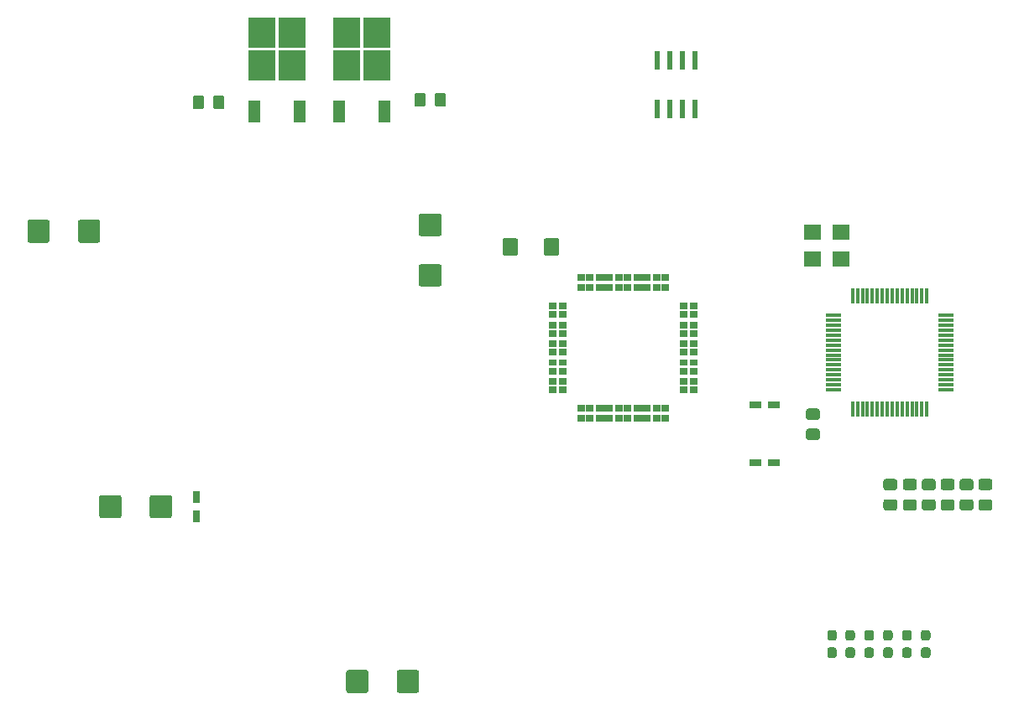
<source format=gtp>
G04 #@! TF.GenerationSoftware,KiCad,Pcbnew,(5.1.6)-1*
G04 #@! TF.CreationDate,2021-11-01T19:25:02+01:00*
G04 #@! TF.ProjectId,32mz_gauge4_sensors,33326d7a-5f67-4617-9567-65345f73656e,rev?*
G04 #@! TF.SameCoordinates,Original*
G04 #@! TF.FileFunction,Paste,Top*
G04 #@! TF.FilePolarity,Positive*
%FSLAX46Y46*%
G04 Gerber Fmt 4.6, Leading zero omitted, Abs format (unit mm)*
G04 Created by KiCad (PCBNEW (5.1.6)-1) date 2021-11-01 19:25:02*
%MOMM*%
%LPD*%
G01*
G04 APERTURE LIST*
%ADD10C,0.010000*%
%ADD11R,0.300000X1.500000*%
%ADD12R,1.500000X0.300000*%
%ADD13R,1.200000X0.750000*%
%ADD14R,0.750000X1.200000*%
%ADD15R,2.750000X3.050000*%
%ADD16R,1.200000X2.200000*%
%ADD17R,1.800000X1.540000*%
%ADD18R,0.600000X1.970000*%
G04 APERTURE END LIST*
D10*
G36*
X93328000Y-60504000D02*
G01*
X93328000Y-61084000D01*
X92608000Y-61084000D01*
X92608000Y-60504000D01*
X93328000Y-60504000D01*
G37*
X93328000Y-60504000D02*
X93328000Y-61084000D01*
X92608000Y-61084000D01*
X92608000Y-60504000D01*
X93328000Y-60504000D01*
G36*
X94328000Y-60504000D02*
G01*
X94328000Y-61084000D01*
X93608000Y-61084000D01*
X93608000Y-60504000D01*
X94328000Y-60504000D01*
G37*
X94328000Y-60504000D02*
X94328000Y-61084000D01*
X93608000Y-61084000D01*
X93608000Y-60504000D01*
X94328000Y-60504000D01*
G36*
X93328000Y-61364000D02*
G01*
X93328000Y-61944000D01*
X92608000Y-61944000D01*
X92608000Y-61364000D01*
X93328000Y-61364000D01*
G37*
X93328000Y-61364000D02*
X93328000Y-61944000D01*
X92608000Y-61944000D01*
X92608000Y-61364000D01*
X93328000Y-61364000D01*
G36*
X94328000Y-61364000D02*
G01*
X94328000Y-61944000D01*
X93608000Y-61944000D01*
X93608000Y-61364000D01*
X94328000Y-61364000D01*
G37*
X94328000Y-61364000D02*
X94328000Y-61944000D01*
X93608000Y-61944000D01*
X93608000Y-61364000D01*
X94328000Y-61364000D01*
G36*
X93328000Y-62404000D02*
G01*
X93328000Y-62984000D01*
X92608000Y-62984000D01*
X92608000Y-62404000D01*
X93328000Y-62404000D01*
G37*
X93328000Y-62404000D02*
X93328000Y-62984000D01*
X92608000Y-62984000D01*
X92608000Y-62404000D01*
X93328000Y-62404000D01*
G36*
X94328000Y-62404000D02*
G01*
X94328000Y-62984000D01*
X93608000Y-62984000D01*
X93608000Y-62404000D01*
X94328000Y-62404000D01*
G37*
X94328000Y-62404000D02*
X94328000Y-62984000D01*
X93608000Y-62984000D01*
X93608000Y-62404000D01*
X94328000Y-62404000D01*
G36*
X93328000Y-63264000D02*
G01*
X93328000Y-63844000D01*
X92608000Y-63844000D01*
X92608000Y-63264000D01*
X93328000Y-63264000D01*
G37*
X93328000Y-63264000D02*
X93328000Y-63844000D01*
X92608000Y-63844000D01*
X92608000Y-63264000D01*
X93328000Y-63264000D01*
G36*
X94328000Y-63264000D02*
G01*
X94328000Y-63844000D01*
X93608000Y-63844000D01*
X93608000Y-63264000D01*
X94328000Y-63264000D01*
G37*
X94328000Y-63264000D02*
X94328000Y-63844000D01*
X93608000Y-63844000D01*
X93608000Y-63264000D01*
X94328000Y-63264000D01*
G36*
X93328000Y-64304000D02*
G01*
X93328000Y-64884000D01*
X92608000Y-64884000D01*
X92608000Y-64304000D01*
X93328000Y-64304000D01*
G37*
X93328000Y-64304000D02*
X93328000Y-64884000D01*
X92608000Y-64884000D01*
X92608000Y-64304000D01*
X93328000Y-64304000D01*
G36*
X94328000Y-64304000D02*
G01*
X94328000Y-64884000D01*
X93608000Y-64884000D01*
X93608000Y-64304000D01*
X94328000Y-64304000D01*
G37*
X94328000Y-64304000D02*
X94328000Y-64884000D01*
X93608000Y-64884000D01*
X93608000Y-64304000D01*
X94328000Y-64304000D01*
G36*
X93328000Y-65164000D02*
G01*
X93328000Y-65744000D01*
X92608000Y-65744000D01*
X92608000Y-65164000D01*
X93328000Y-65164000D01*
G37*
X93328000Y-65164000D02*
X93328000Y-65744000D01*
X92608000Y-65744000D01*
X92608000Y-65164000D01*
X93328000Y-65164000D01*
G36*
X94328000Y-65164000D02*
G01*
X94328000Y-65744000D01*
X93608000Y-65744000D01*
X93608000Y-65164000D01*
X94328000Y-65164000D01*
G37*
X94328000Y-65164000D02*
X94328000Y-65744000D01*
X93608000Y-65744000D01*
X93608000Y-65164000D01*
X94328000Y-65164000D01*
G36*
X93328000Y-66204000D02*
G01*
X93328000Y-66784000D01*
X92608000Y-66784000D01*
X92608000Y-66204000D01*
X93328000Y-66204000D01*
G37*
X93328000Y-66204000D02*
X93328000Y-66784000D01*
X92608000Y-66784000D01*
X92608000Y-66204000D01*
X93328000Y-66204000D01*
G36*
X94328000Y-66204000D02*
G01*
X94328000Y-66784000D01*
X93608000Y-66784000D01*
X93608000Y-66204000D01*
X94328000Y-66204000D01*
G37*
X94328000Y-66204000D02*
X94328000Y-66784000D01*
X93608000Y-66784000D01*
X93608000Y-66204000D01*
X94328000Y-66204000D01*
G36*
X93328000Y-67064000D02*
G01*
X93328000Y-67644000D01*
X92608000Y-67644000D01*
X92608000Y-67064000D01*
X93328000Y-67064000D01*
G37*
X93328000Y-67064000D02*
X93328000Y-67644000D01*
X92608000Y-67644000D01*
X92608000Y-67064000D01*
X93328000Y-67064000D01*
G36*
X94328000Y-67064000D02*
G01*
X94328000Y-67644000D01*
X93608000Y-67644000D01*
X93608000Y-67064000D01*
X94328000Y-67064000D01*
G37*
X94328000Y-67064000D02*
X94328000Y-67644000D01*
X93608000Y-67644000D01*
X93608000Y-67064000D01*
X94328000Y-67064000D01*
G36*
X93328000Y-68104000D02*
G01*
X93328000Y-68684000D01*
X92608000Y-68684000D01*
X92608000Y-68104000D01*
X93328000Y-68104000D01*
G37*
X93328000Y-68104000D02*
X93328000Y-68684000D01*
X92608000Y-68684000D01*
X92608000Y-68104000D01*
X93328000Y-68104000D01*
G36*
X94328000Y-68104000D02*
G01*
X94328000Y-68684000D01*
X93608000Y-68684000D01*
X93608000Y-68104000D01*
X94328000Y-68104000D01*
G37*
X94328000Y-68104000D02*
X94328000Y-68684000D01*
X93608000Y-68684000D01*
X93608000Y-68104000D01*
X94328000Y-68104000D01*
G36*
X93328000Y-68964000D02*
G01*
X93328000Y-69544000D01*
X92608000Y-69544000D01*
X92608000Y-68964000D01*
X93328000Y-68964000D01*
G37*
X93328000Y-68964000D02*
X93328000Y-69544000D01*
X92608000Y-69544000D01*
X92608000Y-68964000D01*
X93328000Y-68964000D01*
G36*
X94328000Y-68964000D02*
G01*
X94328000Y-69544000D01*
X93608000Y-69544000D01*
X93608000Y-68964000D01*
X94328000Y-68964000D01*
G37*
X94328000Y-68964000D02*
X94328000Y-69544000D01*
X93608000Y-69544000D01*
X93608000Y-68964000D01*
X94328000Y-68964000D01*
G36*
X80128000Y-60504000D02*
G01*
X80128000Y-61084000D01*
X79408000Y-61084000D01*
X79408000Y-60504000D01*
X80128000Y-60504000D01*
G37*
X80128000Y-60504000D02*
X80128000Y-61084000D01*
X79408000Y-61084000D01*
X79408000Y-60504000D01*
X80128000Y-60504000D01*
G36*
X81128000Y-60504000D02*
G01*
X81128000Y-61084000D01*
X80408000Y-61084000D01*
X80408000Y-60504000D01*
X81128000Y-60504000D01*
G37*
X81128000Y-60504000D02*
X81128000Y-61084000D01*
X80408000Y-61084000D01*
X80408000Y-60504000D01*
X81128000Y-60504000D01*
G36*
X80128000Y-61364000D02*
G01*
X80128000Y-61944000D01*
X79408000Y-61944000D01*
X79408000Y-61364000D01*
X80128000Y-61364000D01*
G37*
X80128000Y-61364000D02*
X80128000Y-61944000D01*
X79408000Y-61944000D01*
X79408000Y-61364000D01*
X80128000Y-61364000D01*
G36*
X81128000Y-61364000D02*
G01*
X81128000Y-61944000D01*
X80408000Y-61944000D01*
X80408000Y-61364000D01*
X81128000Y-61364000D01*
G37*
X81128000Y-61364000D02*
X81128000Y-61944000D01*
X80408000Y-61944000D01*
X80408000Y-61364000D01*
X81128000Y-61364000D01*
G36*
X80128000Y-62404000D02*
G01*
X80128000Y-62984000D01*
X79408000Y-62984000D01*
X79408000Y-62404000D01*
X80128000Y-62404000D01*
G37*
X80128000Y-62404000D02*
X80128000Y-62984000D01*
X79408000Y-62984000D01*
X79408000Y-62404000D01*
X80128000Y-62404000D01*
G36*
X81128000Y-62404000D02*
G01*
X81128000Y-62984000D01*
X80408000Y-62984000D01*
X80408000Y-62404000D01*
X81128000Y-62404000D01*
G37*
X81128000Y-62404000D02*
X81128000Y-62984000D01*
X80408000Y-62984000D01*
X80408000Y-62404000D01*
X81128000Y-62404000D01*
G36*
X80128000Y-63264000D02*
G01*
X80128000Y-63844000D01*
X79408000Y-63844000D01*
X79408000Y-63264000D01*
X80128000Y-63264000D01*
G37*
X80128000Y-63264000D02*
X80128000Y-63844000D01*
X79408000Y-63844000D01*
X79408000Y-63264000D01*
X80128000Y-63264000D01*
G36*
X81128000Y-63264000D02*
G01*
X81128000Y-63844000D01*
X80408000Y-63844000D01*
X80408000Y-63264000D01*
X81128000Y-63264000D01*
G37*
X81128000Y-63264000D02*
X81128000Y-63844000D01*
X80408000Y-63844000D01*
X80408000Y-63264000D01*
X81128000Y-63264000D01*
G36*
X80128000Y-64304000D02*
G01*
X80128000Y-64884000D01*
X79408000Y-64884000D01*
X79408000Y-64304000D01*
X80128000Y-64304000D01*
G37*
X80128000Y-64304000D02*
X80128000Y-64884000D01*
X79408000Y-64884000D01*
X79408000Y-64304000D01*
X80128000Y-64304000D01*
G36*
X81128000Y-64304000D02*
G01*
X81128000Y-64884000D01*
X80408000Y-64884000D01*
X80408000Y-64304000D01*
X81128000Y-64304000D01*
G37*
X81128000Y-64304000D02*
X81128000Y-64884000D01*
X80408000Y-64884000D01*
X80408000Y-64304000D01*
X81128000Y-64304000D01*
G36*
X80128000Y-65164000D02*
G01*
X80128000Y-65744000D01*
X79408000Y-65744000D01*
X79408000Y-65164000D01*
X80128000Y-65164000D01*
G37*
X80128000Y-65164000D02*
X80128000Y-65744000D01*
X79408000Y-65744000D01*
X79408000Y-65164000D01*
X80128000Y-65164000D01*
G36*
X81128000Y-65164000D02*
G01*
X81128000Y-65744000D01*
X80408000Y-65744000D01*
X80408000Y-65164000D01*
X81128000Y-65164000D01*
G37*
X81128000Y-65164000D02*
X81128000Y-65744000D01*
X80408000Y-65744000D01*
X80408000Y-65164000D01*
X81128000Y-65164000D01*
G36*
X80128000Y-66204000D02*
G01*
X80128000Y-66784000D01*
X79408000Y-66784000D01*
X79408000Y-66204000D01*
X80128000Y-66204000D01*
G37*
X80128000Y-66204000D02*
X80128000Y-66784000D01*
X79408000Y-66784000D01*
X79408000Y-66204000D01*
X80128000Y-66204000D01*
G36*
X81128000Y-66204000D02*
G01*
X81128000Y-66784000D01*
X80408000Y-66784000D01*
X80408000Y-66204000D01*
X81128000Y-66204000D01*
G37*
X81128000Y-66204000D02*
X81128000Y-66784000D01*
X80408000Y-66784000D01*
X80408000Y-66204000D01*
X81128000Y-66204000D01*
G36*
X80128000Y-67064000D02*
G01*
X80128000Y-67644000D01*
X79408000Y-67644000D01*
X79408000Y-67064000D01*
X80128000Y-67064000D01*
G37*
X80128000Y-67064000D02*
X80128000Y-67644000D01*
X79408000Y-67644000D01*
X79408000Y-67064000D01*
X80128000Y-67064000D01*
G36*
X81128000Y-67064000D02*
G01*
X81128000Y-67644000D01*
X80408000Y-67644000D01*
X80408000Y-67064000D01*
X81128000Y-67064000D01*
G37*
X81128000Y-67064000D02*
X81128000Y-67644000D01*
X80408000Y-67644000D01*
X80408000Y-67064000D01*
X81128000Y-67064000D01*
G36*
X80128000Y-68104000D02*
G01*
X80128000Y-68684000D01*
X79408000Y-68684000D01*
X79408000Y-68104000D01*
X80128000Y-68104000D01*
G37*
X80128000Y-68104000D02*
X80128000Y-68684000D01*
X79408000Y-68684000D01*
X79408000Y-68104000D01*
X80128000Y-68104000D01*
G36*
X81128000Y-68104000D02*
G01*
X81128000Y-68684000D01*
X80408000Y-68684000D01*
X80408000Y-68104000D01*
X81128000Y-68104000D01*
G37*
X81128000Y-68104000D02*
X81128000Y-68684000D01*
X80408000Y-68684000D01*
X80408000Y-68104000D01*
X81128000Y-68104000D01*
G36*
X80128000Y-68964000D02*
G01*
X80128000Y-69544000D01*
X79408000Y-69544000D01*
X79408000Y-68964000D01*
X80128000Y-68964000D01*
G37*
X80128000Y-68964000D02*
X80128000Y-69544000D01*
X79408000Y-69544000D01*
X79408000Y-68964000D01*
X80128000Y-68964000D01*
G36*
X81128000Y-68964000D02*
G01*
X81128000Y-69544000D01*
X80408000Y-69544000D01*
X80408000Y-68964000D01*
X81128000Y-68964000D01*
G37*
X81128000Y-68964000D02*
X81128000Y-69544000D01*
X80408000Y-69544000D01*
X80408000Y-68964000D01*
X81128000Y-68964000D01*
G36*
X82998000Y-58634000D02*
G01*
X82998000Y-59214000D01*
X82278000Y-59214000D01*
X82278000Y-58634000D01*
X82998000Y-58634000D01*
G37*
X82998000Y-58634000D02*
X82998000Y-59214000D01*
X82278000Y-59214000D01*
X82278000Y-58634000D01*
X82998000Y-58634000D01*
G36*
X82998000Y-57634000D02*
G01*
X82998000Y-58214000D01*
X82278000Y-58214000D01*
X82278000Y-57634000D01*
X82998000Y-57634000D01*
G37*
X82998000Y-57634000D02*
X82998000Y-58214000D01*
X82278000Y-58214000D01*
X82278000Y-57634000D01*
X82998000Y-57634000D01*
G36*
X83858000Y-58634000D02*
G01*
X83858000Y-59214000D01*
X83138000Y-59214000D01*
X83138000Y-58634000D01*
X83858000Y-58634000D01*
G37*
X83858000Y-58634000D02*
X83858000Y-59214000D01*
X83138000Y-59214000D01*
X83138000Y-58634000D01*
X83858000Y-58634000D01*
G36*
X83858000Y-57634000D02*
G01*
X83858000Y-58214000D01*
X83138000Y-58214000D01*
X83138000Y-57634000D01*
X83858000Y-57634000D01*
G37*
X83858000Y-57634000D02*
X83858000Y-58214000D01*
X83138000Y-58214000D01*
X83138000Y-57634000D01*
X83858000Y-57634000D01*
G36*
X84898000Y-58634000D02*
G01*
X84898000Y-59214000D01*
X84178000Y-59214000D01*
X84178000Y-58634000D01*
X84898000Y-58634000D01*
G37*
X84898000Y-58634000D02*
X84898000Y-59214000D01*
X84178000Y-59214000D01*
X84178000Y-58634000D01*
X84898000Y-58634000D01*
G36*
X84898000Y-57634000D02*
G01*
X84898000Y-58214000D01*
X84178000Y-58214000D01*
X84178000Y-57634000D01*
X84898000Y-57634000D01*
G37*
X84898000Y-57634000D02*
X84898000Y-58214000D01*
X84178000Y-58214000D01*
X84178000Y-57634000D01*
X84898000Y-57634000D01*
G36*
X85758000Y-58634000D02*
G01*
X85758000Y-59214000D01*
X85038000Y-59214000D01*
X85038000Y-58634000D01*
X85758000Y-58634000D01*
G37*
X85758000Y-58634000D02*
X85758000Y-59214000D01*
X85038000Y-59214000D01*
X85038000Y-58634000D01*
X85758000Y-58634000D01*
G36*
X85758000Y-57634000D02*
G01*
X85758000Y-58214000D01*
X85038000Y-58214000D01*
X85038000Y-57634000D01*
X85758000Y-57634000D01*
G37*
X85758000Y-57634000D02*
X85758000Y-58214000D01*
X85038000Y-58214000D01*
X85038000Y-57634000D01*
X85758000Y-57634000D01*
G36*
X90598000Y-58634000D02*
G01*
X90598000Y-59214000D01*
X89878000Y-59214000D01*
X89878000Y-58634000D01*
X90598000Y-58634000D01*
G37*
X90598000Y-58634000D02*
X90598000Y-59214000D01*
X89878000Y-59214000D01*
X89878000Y-58634000D01*
X90598000Y-58634000D01*
G36*
X90598000Y-57634000D02*
G01*
X90598000Y-58214000D01*
X89878000Y-58214000D01*
X89878000Y-57634000D01*
X90598000Y-57634000D01*
G37*
X90598000Y-57634000D02*
X90598000Y-58214000D01*
X89878000Y-58214000D01*
X89878000Y-57634000D01*
X90598000Y-57634000D01*
G36*
X91458000Y-58634000D02*
G01*
X91458000Y-59214000D01*
X90738000Y-59214000D01*
X90738000Y-58634000D01*
X91458000Y-58634000D01*
G37*
X91458000Y-58634000D02*
X91458000Y-59214000D01*
X90738000Y-59214000D01*
X90738000Y-58634000D01*
X91458000Y-58634000D01*
G36*
X91458000Y-57634000D02*
G01*
X91458000Y-58214000D01*
X90738000Y-58214000D01*
X90738000Y-57634000D01*
X91458000Y-57634000D01*
G37*
X91458000Y-57634000D02*
X91458000Y-58214000D01*
X90738000Y-58214000D01*
X90738000Y-57634000D01*
X91458000Y-57634000D01*
G36*
X88698000Y-58634000D02*
G01*
X88698000Y-59214000D01*
X87978000Y-59214000D01*
X87978000Y-58634000D01*
X88698000Y-58634000D01*
G37*
X88698000Y-58634000D02*
X88698000Y-59214000D01*
X87978000Y-59214000D01*
X87978000Y-58634000D01*
X88698000Y-58634000D01*
G36*
X88698000Y-57634000D02*
G01*
X88698000Y-58214000D01*
X87978000Y-58214000D01*
X87978000Y-57634000D01*
X88698000Y-57634000D01*
G37*
X88698000Y-57634000D02*
X88698000Y-58214000D01*
X87978000Y-58214000D01*
X87978000Y-57634000D01*
X88698000Y-57634000D01*
G36*
X89558000Y-58634000D02*
G01*
X89558000Y-59214000D01*
X88838000Y-59214000D01*
X88838000Y-58634000D01*
X89558000Y-58634000D01*
G37*
X89558000Y-58634000D02*
X89558000Y-59214000D01*
X88838000Y-59214000D01*
X88838000Y-58634000D01*
X89558000Y-58634000D01*
G36*
X89558000Y-57634000D02*
G01*
X89558000Y-58214000D01*
X88838000Y-58214000D01*
X88838000Y-57634000D01*
X89558000Y-57634000D01*
G37*
X89558000Y-57634000D02*
X89558000Y-58214000D01*
X88838000Y-58214000D01*
X88838000Y-57634000D01*
X89558000Y-57634000D01*
G36*
X86798000Y-58634000D02*
G01*
X86798000Y-59214000D01*
X86078000Y-59214000D01*
X86078000Y-58634000D01*
X86798000Y-58634000D01*
G37*
X86798000Y-58634000D02*
X86798000Y-59214000D01*
X86078000Y-59214000D01*
X86078000Y-58634000D01*
X86798000Y-58634000D01*
G36*
X86798000Y-57634000D02*
G01*
X86798000Y-58214000D01*
X86078000Y-58214000D01*
X86078000Y-57634000D01*
X86798000Y-57634000D01*
G37*
X86798000Y-57634000D02*
X86798000Y-58214000D01*
X86078000Y-58214000D01*
X86078000Y-57634000D01*
X86798000Y-57634000D01*
G36*
X87658000Y-58634000D02*
G01*
X87658000Y-59214000D01*
X86938000Y-59214000D01*
X86938000Y-58634000D01*
X87658000Y-58634000D01*
G37*
X87658000Y-58634000D02*
X87658000Y-59214000D01*
X86938000Y-59214000D01*
X86938000Y-58634000D01*
X87658000Y-58634000D01*
G36*
X87658000Y-57634000D02*
G01*
X87658000Y-58214000D01*
X86938000Y-58214000D01*
X86938000Y-57634000D01*
X87658000Y-57634000D01*
G37*
X87658000Y-57634000D02*
X87658000Y-58214000D01*
X86938000Y-58214000D01*
X86938000Y-57634000D01*
X87658000Y-57634000D01*
G36*
X90598000Y-71834000D02*
G01*
X90598000Y-72414000D01*
X89878000Y-72414000D01*
X89878000Y-71834000D01*
X90598000Y-71834000D01*
G37*
X90598000Y-71834000D02*
X90598000Y-72414000D01*
X89878000Y-72414000D01*
X89878000Y-71834000D01*
X90598000Y-71834000D01*
G36*
X90598000Y-70834000D02*
G01*
X90598000Y-71414000D01*
X89878000Y-71414000D01*
X89878000Y-70834000D01*
X90598000Y-70834000D01*
G37*
X90598000Y-70834000D02*
X90598000Y-71414000D01*
X89878000Y-71414000D01*
X89878000Y-70834000D01*
X90598000Y-70834000D01*
G36*
X91458000Y-71834000D02*
G01*
X91458000Y-72414000D01*
X90738000Y-72414000D01*
X90738000Y-71834000D01*
X91458000Y-71834000D01*
G37*
X91458000Y-71834000D02*
X91458000Y-72414000D01*
X90738000Y-72414000D01*
X90738000Y-71834000D01*
X91458000Y-71834000D01*
G36*
X91458000Y-70834000D02*
G01*
X91458000Y-71414000D01*
X90738000Y-71414000D01*
X90738000Y-70834000D01*
X91458000Y-70834000D01*
G37*
X91458000Y-70834000D02*
X91458000Y-71414000D01*
X90738000Y-71414000D01*
X90738000Y-70834000D01*
X91458000Y-70834000D01*
G36*
X88698000Y-71834000D02*
G01*
X88698000Y-72414000D01*
X87978000Y-72414000D01*
X87978000Y-71834000D01*
X88698000Y-71834000D01*
G37*
X88698000Y-71834000D02*
X88698000Y-72414000D01*
X87978000Y-72414000D01*
X87978000Y-71834000D01*
X88698000Y-71834000D01*
G36*
X88698000Y-70834000D02*
G01*
X88698000Y-71414000D01*
X87978000Y-71414000D01*
X87978000Y-70834000D01*
X88698000Y-70834000D01*
G37*
X88698000Y-70834000D02*
X88698000Y-71414000D01*
X87978000Y-71414000D01*
X87978000Y-70834000D01*
X88698000Y-70834000D01*
G36*
X89558000Y-71834000D02*
G01*
X89558000Y-72414000D01*
X88838000Y-72414000D01*
X88838000Y-71834000D01*
X89558000Y-71834000D01*
G37*
X89558000Y-71834000D02*
X89558000Y-72414000D01*
X88838000Y-72414000D01*
X88838000Y-71834000D01*
X89558000Y-71834000D01*
G36*
X89558000Y-70834000D02*
G01*
X89558000Y-71414000D01*
X88838000Y-71414000D01*
X88838000Y-70834000D01*
X89558000Y-70834000D01*
G37*
X89558000Y-70834000D02*
X89558000Y-71414000D01*
X88838000Y-71414000D01*
X88838000Y-70834000D01*
X89558000Y-70834000D01*
G36*
X86798000Y-71834000D02*
G01*
X86798000Y-72414000D01*
X86078000Y-72414000D01*
X86078000Y-71834000D01*
X86798000Y-71834000D01*
G37*
X86798000Y-71834000D02*
X86798000Y-72414000D01*
X86078000Y-72414000D01*
X86078000Y-71834000D01*
X86798000Y-71834000D01*
G36*
X86798000Y-70834000D02*
G01*
X86798000Y-71414000D01*
X86078000Y-71414000D01*
X86078000Y-70834000D01*
X86798000Y-70834000D01*
G37*
X86798000Y-70834000D02*
X86798000Y-71414000D01*
X86078000Y-71414000D01*
X86078000Y-70834000D01*
X86798000Y-70834000D01*
G36*
X87658000Y-71834000D02*
G01*
X87658000Y-72414000D01*
X86938000Y-72414000D01*
X86938000Y-71834000D01*
X87658000Y-71834000D01*
G37*
X87658000Y-71834000D02*
X87658000Y-72414000D01*
X86938000Y-72414000D01*
X86938000Y-71834000D01*
X87658000Y-71834000D01*
G36*
X87658000Y-70834000D02*
G01*
X87658000Y-71414000D01*
X86938000Y-71414000D01*
X86938000Y-70834000D01*
X87658000Y-70834000D01*
G37*
X87658000Y-70834000D02*
X87658000Y-71414000D01*
X86938000Y-71414000D01*
X86938000Y-70834000D01*
X87658000Y-70834000D01*
G36*
X84898000Y-71834000D02*
G01*
X84898000Y-72414000D01*
X84178000Y-72414000D01*
X84178000Y-71834000D01*
X84898000Y-71834000D01*
G37*
X84898000Y-71834000D02*
X84898000Y-72414000D01*
X84178000Y-72414000D01*
X84178000Y-71834000D01*
X84898000Y-71834000D01*
G36*
X84898000Y-70834000D02*
G01*
X84898000Y-71414000D01*
X84178000Y-71414000D01*
X84178000Y-70834000D01*
X84898000Y-70834000D01*
G37*
X84898000Y-70834000D02*
X84898000Y-71414000D01*
X84178000Y-71414000D01*
X84178000Y-70834000D01*
X84898000Y-70834000D01*
G36*
X85758000Y-71834000D02*
G01*
X85758000Y-72414000D01*
X85038000Y-72414000D01*
X85038000Y-71834000D01*
X85758000Y-71834000D01*
G37*
X85758000Y-71834000D02*
X85758000Y-72414000D01*
X85038000Y-72414000D01*
X85038000Y-71834000D01*
X85758000Y-71834000D01*
G36*
X85758000Y-70834000D02*
G01*
X85758000Y-71414000D01*
X85038000Y-71414000D01*
X85038000Y-70834000D01*
X85758000Y-70834000D01*
G37*
X85758000Y-70834000D02*
X85758000Y-71414000D01*
X85038000Y-71414000D01*
X85038000Y-70834000D01*
X85758000Y-70834000D01*
G36*
X82998000Y-71834000D02*
G01*
X82998000Y-72414000D01*
X82278000Y-72414000D01*
X82278000Y-71834000D01*
X82998000Y-71834000D01*
G37*
X82998000Y-71834000D02*
X82998000Y-72414000D01*
X82278000Y-72414000D01*
X82278000Y-71834000D01*
X82998000Y-71834000D01*
G36*
X82998000Y-70834000D02*
G01*
X82998000Y-71414000D01*
X82278000Y-71414000D01*
X82278000Y-70834000D01*
X82998000Y-70834000D01*
G37*
X82998000Y-70834000D02*
X82998000Y-71414000D01*
X82278000Y-71414000D01*
X82278000Y-70834000D01*
X82998000Y-70834000D01*
G36*
X83858000Y-71834000D02*
G01*
X83858000Y-72414000D01*
X83138000Y-72414000D01*
X83138000Y-71834000D01*
X83858000Y-71834000D01*
G37*
X83858000Y-71834000D02*
X83858000Y-72414000D01*
X83138000Y-72414000D01*
X83138000Y-71834000D01*
X83858000Y-71834000D01*
G36*
X83858000Y-70834000D02*
G01*
X83858000Y-71414000D01*
X83138000Y-71414000D01*
X83138000Y-70834000D01*
X83858000Y-70834000D01*
G37*
X83858000Y-70834000D02*
X83858000Y-71414000D01*
X83138000Y-71414000D01*
X83138000Y-70834000D01*
X83858000Y-70834000D01*
D11*
X117542000Y-71232000D03*
X117042000Y-71232000D03*
X116542000Y-71232000D03*
X116042000Y-71232000D03*
X115542000Y-71232000D03*
X115042000Y-71232000D03*
X114542000Y-71232000D03*
X114042000Y-71232000D03*
X113542000Y-71232000D03*
X113042000Y-71232000D03*
X112542000Y-71232000D03*
X112042000Y-71232000D03*
X111542000Y-71232000D03*
X111042000Y-71232000D03*
X110542000Y-71232000D03*
X110042000Y-71232000D03*
D12*
X108092000Y-69282000D03*
X108092000Y-68782000D03*
X108092000Y-68282000D03*
X108092000Y-67782000D03*
X108092000Y-67282000D03*
X108092000Y-66782000D03*
X108092000Y-66282000D03*
X108092000Y-65782000D03*
X108092000Y-65282000D03*
X108092000Y-64782000D03*
X108092000Y-64282000D03*
X108092000Y-63782000D03*
X108092000Y-63282000D03*
X108092000Y-62782000D03*
X108092000Y-62282000D03*
X108092000Y-61782000D03*
D11*
X110042000Y-59832000D03*
X110542000Y-59832000D03*
X111042000Y-59832000D03*
X111542000Y-59832000D03*
X112042000Y-59832000D03*
X112542000Y-59832000D03*
X113042000Y-59832000D03*
X113542000Y-59832000D03*
X114042000Y-59832000D03*
X114542000Y-59832000D03*
X115042000Y-59832000D03*
X115542000Y-59832000D03*
X116042000Y-59832000D03*
X116542000Y-59832000D03*
X117042000Y-59832000D03*
X117542000Y-59832000D03*
D12*
X119492000Y-61782000D03*
X119492000Y-62282000D03*
X119492000Y-62782000D03*
X119492000Y-63282000D03*
X119492000Y-63782000D03*
X119492000Y-64282000D03*
X119492000Y-64782000D03*
X119492000Y-65282000D03*
X119492000Y-65782000D03*
X119492000Y-66282000D03*
X119492000Y-66782000D03*
X119492000Y-67282000D03*
X119492000Y-67782000D03*
X119492000Y-68282000D03*
X119492000Y-68782000D03*
X119492000Y-69282000D03*
G36*
G01*
X105594999Y-73221000D02*
X106495001Y-73221000D01*
G75*
G02*
X106745000Y-73470999I0J-249999D01*
G01*
X106745000Y-74121001D01*
G75*
G02*
X106495001Y-74371000I-249999J0D01*
G01*
X105594999Y-74371000D01*
G75*
G02*
X105345000Y-74121001I0J249999D01*
G01*
X105345000Y-73470999D01*
G75*
G02*
X105594999Y-73221000I249999J0D01*
G01*
G37*
G36*
G01*
X105594999Y-71171000D02*
X106495001Y-71171000D01*
G75*
G02*
X106745000Y-71420999I0J-249999D01*
G01*
X106745000Y-72071001D01*
G75*
G02*
X106495001Y-72321000I-249999J0D01*
G01*
X105594999Y-72321000D01*
G75*
G02*
X105345000Y-72071001I0J249999D01*
G01*
X105345000Y-71420999D01*
G75*
G02*
X105594999Y-71171000I249999J0D01*
G01*
G37*
G36*
G01*
X118179001Y-79445700D02*
X117278999Y-79445700D01*
G75*
G02*
X117029000Y-79195701I0J249999D01*
G01*
X117029000Y-78545699D01*
G75*
G02*
X117278999Y-78295700I249999J0D01*
G01*
X118179001Y-78295700D01*
G75*
G02*
X118429000Y-78545699I0J-249999D01*
G01*
X118429000Y-79195701D01*
G75*
G02*
X118179001Y-79445700I-249999J0D01*
G01*
G37*
G36*
G01*
X118179001Y-81495700D02*
X117278999Y-81495700D01*
G75*
G02*
X117029000Y-81245701I0J249999D01*
G01*
X117029000Y-80595699D01*
G75*
G02*
X117278999Y-80345700I249999J0D01*
G01*
X118179001Y-80345700D01*
G75*
G02*
X118429000Y-80595699I0J-249999D01*
G01*
X118429000Y-81245701D01*
G75*
G02*
X118179001Y-81495700I-249999J0D01*
G01*
G37*
G36*
G01*
X120084001Y-79445700D02*
X119183999Y-79445700D01*
G75*
G02*
X118934000Y-79195701I0J249999D01*
G01*
X118934000Y-78545699D01*
G75*
G02*
X119183999Y-78295700I249999J0D01*
G01*
X120084001Y-78295700D01*
G75*
G02*
X120334000Y-78545699I0J-249999D01*
G01*
X120334000Y-79195701D01*
G75*
G02*
X120084001Y-79445700I-249999J0D01*
G01*
G37*
G36*
G01*
X120084001Y-81495700D02*
X119183999Y-81495700D01*
G75*
G02*
X118934000Y-81245701I0J249999D01*
G01*
X118934000Y-80595699D01*
G75*
G02*
X119183999Y-80345700I249999J0D01*
G01*
X120084001Y-80345700D01*
G75*
G02*
X120334000Y-80595699I0J-249999D01*
G01*
X120334000Y-81245701D01*
G75*
G02*
X120084001Y-81495700I-249999J0D01*
G01*
G37*
G36*
G01*
X123894001Y-79445700D02*
X122993999Y-79445700D01*
G75*
G02*
X122744000Y-79195701I0J249999D01*
G01*
X122744000Y-78545699D01*
G75*
G02*
X122993999Y-78295700I249999J0D01*
G01*
X123894001Y-78295700D01*
G75*
G02*
X124144000Y-78545699I0J-249999D01*
G01*
X124144000Y-79195701D01*
G75*
G02*
X123894001Y-79445700I-249999J0D01*
G01*
G37*
G36*
G01*
X123894001Y-81495700D02*
X122993999Y-81495700D01*
G75*
G02*
X122744000Y-81245701I0J249999D01*
G01*
X122744000Y-80595699D01*
G75*
G02*
X122993999Y-80345700I249999J0D01*
G01*
X123894001Y-80345700D01*
G75*
G02*
X124144000Y-80595699I0J-249999D01*
G01*
X124144000Y-81245701D01*
G75*
G02*
X123894001Y-81495700I-249999J0D01*
G01*
G37*
G36*
G01*
X66987000Y-39554999D02*
X66987000Y-40455001D01*
G75*
G02*
X66737001Y-40705000I-249999J0D01*
G01*
X66086999Y-40705000D01*
G75*
G02*
X65837000Y-40455001I0J249999D01*
G01*
X65837000Y-39554999D01*
G75*
G02*
X66086999Y-39305000I249999J0D01*
G01*
X66737001Y-39305000D01*
G75*
G02*
X66987000Y-39554999I0J-249999D01*
G01*
G37*
G36*
G01*
X69037000Y-39554999D02*
X69037000Y-40455001D01*
G75*
G02*
X68787001Y-40705000I-249999J0D01*
G01*
X68136999Y-40705000D01*
G75*
G02*
X67887000Y-40455001I0J249999D01*
G01*
X67887000Y-39554999D01*
G75*
G02*
X68136999Y-39305000I249999J0D01*
G01*
X68787001Y-39305000D01*
G75*
G02*
X69037000Y-39554999I0J-249999D01*
G01*
G37*
G36*
G01*
X121989001Y-79445700D02*
X121088999Y-79445700D01*
G75*
G02*
X120839000Y-79195701I0J249999D01*
G01*
X120839000Y-78545699D01*
G75*
G02*
X121088999Y-78295700I249999J0D01*
G01*
X121989001Y-78295700D01*
G75*
G02*
X122239000Y-78545699I0J-249999D01*
G01*
X122239000Y-79195701D01*
G75*
G02*
X121989001Y-79445700I-249999J0D01*
G01*
G37*
G36*
G01*
X121989001Y-81495700D02*
X121088999Y-81495700D01*
G75*
G02*
X120839000Y-81245701I0J249999D01*
G01*
X120839000Y-80595699D01*
G75*
G02*
X121088999Y-80345700I249999J0D01*
G01*
X121989001Y-80345700D01*
G75*
G02*
X122239000Y-80595699I0J-249999D01*
G01*
X122239000Y-81245701D01*
G75*
G02*
X121989001Y-81495700I-249999J0D01*
G01*
G37*
G36*
G01*
X45535000Y-40709001D02*
X45535000Y-39808999D01*
G75*
G02*
X45784999Y-39559000I249999J0D01*
G01*
X46435001Y-39559000D01*
G75*
G02*
X46685000Y-39808999I0J-249999D01*
G01*
X46685000Y-40709001D01*
G75*
G02*
X46435001Y-40959000I-249999J0D01*
G01*
X45784999Y-40959000D01*
G75*
G02*
X45535000Y-40709001I0J249999D01*
G01*
G37*
G36*
G01*
X43485000Y-40709001D02*
X43485000Y-39808999D01*
G75*
G02*
X43734999Y-39559000I249999J0D01*
G01*
X44385001Y-39559000D01*
G75*
G02*
X44635000Y-39808999I0J-249999D01*
G01*
X44635000Y-40709001D01*
G75*
G02*
X44385001Y-40959000I-249999J0D01*
G01*
X43734999Y-40959000D01*
G75*
G02*
X43485000Y-40709001I0J249999D01*
G01*
G37*
G36*
G01*
X116274001Y-79445700D02*
X115373999Y-79445700D01*
G75*
G02*
X115124000Y-79195701I0J249999D01*
G01*
X115124000Y-78545699D01*
G75*
G02*
X115373999Y-78295700I249999J0D01*
G01*
X116274001Y-78295700D01*
G75*
G02*
X116524000Y-78545699I0J-249999D01*
G01*
X116524000Y-79195701D01*
G75*
G02*
X116274001Y-79445700I-249999J0D01*
G01*
G37*
G36*
G01*
X116274001Y-81495700D02*
X115373999Y-81495700D01*
G75*
G02*
X115124000Y-81245701I0J249999D01*
G01*
X115124000Y-80595699D01*
G75*
G02*
X115373999Y-80345700I249999J0D01*
G01*
X116274001Y-80345700D01*
G75*
G02*
X116524000Y-80595699I0J-249999D01*
G01*
X116524000Y-81245701D01*
G75*
G02*
X116274001Y-81495700I-249999J0D01*
G01*
G37*
G36*
G01*
X111946700Y-94620600D02*
X111471700Y-94620600D01*
G75*
G02*
X111234200Y-94383100I0J237500D01*
G01*
X111234200Y-93808100D01*
G75*
G02*
X111471700Y-93570600I237500J0D01*
G01*
X111946700Y-93570600D01*
G75*
G02*
X112184200Y-93808100I0J-237500D01*
G01*
X112184200Y-94383100D01*
G75*
G02*
X111946700Y-94620600I-237500J0D01*
G01*
G37*
G36*
G01*
X111946700Y-96370600D02*
X111471700Y-96370600D01*
G75*
G02*
X111234200Y-96133100I0J237500D01*
G01*
X111234200Y-95558100D01*
G75*
G02*
X111471700Y-95320600I237500J0D01*
G01*
X111946700Y-95320600D01*
G75*
G02*
X112184200Y-95558100I0J-237500D01*
G01*
X112184200Y-96133100D01*
G75*
G02*
X111946700Y-96370600I-237500J0D01*
G01*
G37*
G36*
G01*
X113851700Y-94620600D02*
X113376700Y-94620600D01*
G75*
G02*
X113139200Y-94383100I0J237500D01*
G01*
X113139200Y-93808100D01*
G75*
G02*
X113376700Y-93570600I237500J0D01*
G01*
X113851700Y-93570600D01*
G75*
G02*
X114089200Y-93808100I0J-237500D01*
G01*
X114089200Y-94383100D01*
G75*
G02*
X113851700Y-94620600I-237500J0D01*
G01*
G37*
G36*
G01*
X113851700Y-96370600D02*
X113376700Y-96370600D01*
G75*
G02*
X113139200Y-96133100I0J237500D01*
G01*
X113139200Y-95558100D01*
G75*
G02*
X113376700Y-95320600I237500J0D01*
G01*
X113851700Y-95320600D01*
G75*
G02*
X114089200Y-95558100I0J-237500D01*
G01*
X114089200Y-96133100D01*
G75*
G02*
X113851700Y-96370600I-237500J0D01*
G01*
G37*
G36*
G01*
X117661700Y-94620600D02*
X117186700Y-94620600D01*
G75*
G02*
X116949200Y-94383100I0J237500D01*
G01*
X116949200Y-93808100D01*
G75*
G02*
X117186700Y-93570600I237500J0D01*
G01*
X117661700Y-93570600D01*
G75*
G02*
X117899200Y-93808100I0J-237500D01*
G01*
X117899200Y-94383100D01*
G75*
G02*
X117661700Y-94620600I-237500J0D01*
G01*
G37*
G36*
G01*
X117661700Y-96370600D02*
X117186700Y-96370600D01*
G75*
G02*
X116949200Y-96133100I0J237500D01*
G01*
X116949200Y-95558100D01*
G75*
G02*
X117186700Y-95320600I237500J0D01*
G01*
X117661700Y-95320600D01*
G75*
G02*
X117899200Y-95558100I0J-237500D01*
G01*
X117899200Y-96133100D01*
G75*
G02*
X117661700Y-96370600I-237500J0D01*
G01*
G37*
G36*
G01*
X115756700Y-94620600D02*
X115281700Y-94620600D01*
G75*
G02*
X115044200Y-94383100I0J237500D01*
G01*
X115044200Y-93808100D01*
G75*
G02*
X115281700Y-93570600I237500J0D01*
G01*
X115756700Y-93570600D01*
G75*
G02*
X115994200Y-93808100I0J-237500D01*
G01*
X115994200Y-94383100D01*
G75*
G02*
X115756700Y-94620600I-237500J0D01*
G01*
G37*
G36*
G01*
X115756700Y-96370600D02*
X115281700Y-96370600D01*
G75*
G02*
X115044200Y-96133100I0J237500D01*
G01*
X115044200Y-95558100D01*
G75*
G02*
X115281700Y-95320600I237500J0D01*
G01*
X115756700Y-95320600D01*
G75*
G02*
X115994200Y-95558100I0J-237500D01*
G01*
X115994200Y-96133100D01*
G75*
G02*
X115756700Y-96370600I-237500J0D01*
G01*
G37*
D13*
X102130900Y-76644500D03*
X100230900Y-76644500D03*
X102130900Y-70802500D03*
X100230900Y-70802500D03*
D14*
X43878500Y-82039500D03*
X43878500Y-80139500D03*
D15*
X62040500Y-36532000D03*
X58990500Y-33182000D03*
X58990500Y-36532000D03*
X62040500Y-33182000D03*
D16*
X62795500Y-41157000D03*
X58235500Y-41157000D03*
X49726500Y-41157000D03*
X54286500Y-41157000D03*
D15*
X53531500Y-33182000D03*
X50481500Y-36532000D03*
X50481500Y-33182000D03*
X53531500Y-36532000D03*
D17*
X108842000Y-53397000D03*
X108842000Y-56077000D03*
X106042000Y-56077000D03*
X106042000Y-53397000D03*
D18*
X90360500Y-40951000D03*
X91630500Y-40951000D03*
X92900500Y-40951000D03*
X94170500Y-40951000D03*
X94170500Y-36011000D03*
X92900500Y-36011000D03*
X91630500Y-36011000D03*
X90360500Y-36011000D03*
G36*
G01*
X74722000Y-55514001D02*
X74722000Y-54213999D01*
G75*
G02*
X74971999Y-53964000I249999J0D01*
G01*
X76047001Y-53964000D01*
G75*
G02*
X76297000Y-54213999I0J-249999D01*
G01*
X76297000Y-55514001D01*
G75*
G02*
X76047001Y-55764000I-249999J0D01*
G01*
X74971999Y-55764000D01*
G75*
G02*
X74722000Y-55514001I0J249999D01*
G01*
G37*
G36*
G01*
X78897000Y-55514001D02*
X78897000Y-54213999D01*
G75*
G02*
X79146999Y-53964000I249999J0D01*
G01*
X80222001Y-53964000D01*
G75*
G02*
X80472000Y-54213999I0J-249999D01*
G01*
X80472000Y-55514001D01*
G75*
G02*
X80222001Y-55764000I-249999J0D01*
G01*
X79146999Y-55764000D01*
G75*
G02*
X78897000Y-55514001I0J249999D01*
G01*
G37*
G36*
G01*
X110041700Y-96370600D02*
X109566700Y-96370600D01*
G75*
G02*
X109329200Y-96133100I0J237500D01*
G01*
X109329200Y-95558100D01*
G75*
G02*
X109566700Y-95320600I237500J0D01*
G01*
X110041700Y-95320600D01*
G75*
G02*
X110279200Y-95558100I0J-237500D01*
G01*
X110279200Y-96133100D01*
G75*
G02*
X110041700Y-96370600I-237500J0D01*
G01*
G37*
G36*
G01*
X110041700Y-94620600D02*
X109566700Y-94620600D01*
G75*
G02*
X109329200Y-94383100I0J237500D01*
G01*
X109329200Y-93808100D01*
G75*
G02*
X109566700Y-93570600I237500J0D01*
G01*
X110041700Y-93570600D01*
G75*
G02*
X110279200Y-93808100I0J-237500D01*
G01*
X110279200Y-94383100D01*
G75*
G02*
X110041700Y-94620600I-237500J0D01*
G01*
G37*
G36*
G01*
X108200200Y-96370600D02*
X107725200Y-96370600D01*
G75*
G02*
X107487700Y-96133100I0J237500D01*
G01*
X107487700Y-95558100D01*
G75*
G02*
X107725200Y-95320600I237500J0D01*
G01*
X108200200Y-95320600D01*
G75*
G02*
X108437700Y-95558100I0J-237500D01*
G01*
X108437700Y-96133100D01*
G75*
G02*
X108200200Y-96370600I-237500J0D01*
G01*
G37*
G36*
G01*
X108200200Y-94620600D02*
X107725200Y-94620600D01*
G75*
G02*
X107487700Y-94383100I0J237500D01*
G01*
X107487700Y-93808100D01*
G75*
G02*
X107725200Y-93570600I237500J0D01*
G01*
X108200200Y-93570600D01*
G75*
G02*
X108437700Y-93808100I0J-237500D01*
G01*
X108437700Y-94383100D01*
G75*
G02*
X108200200Y-94620600I-237500J0D01*
G01*
G37*
G36*
G01*
X114305501Y-81495700D02*
X113405499Y-81495700D01*
G75*
G02*
X113155500Y-81245701I0J249999D01*
G01*
X113155500Y-80595699D01*
G75*
G02*
X113405499Y-80345700I249999J0D01*
G01*
X114305501Y-80345700D01*
G75*
G02*
X114555500Y-80595699I0J-249999D01*
G01*
X114555500Y-81245701D01*
G75*
G02*
X114305501Y-81495700I-249999J0D01*
G01*
G37*
G36*
G01*
X114305501Y-79445700D02*
X113405499Y-79445700D01*
G75*
G02*
X113155500Y-79195701I0J249999D01*
G01*
X113155500Y-78545699D01*
G75*
G02*
X113405499Y-78295700I249999J0D01*
G01*
X114305501Y-78295700D01*
G75*
G02*
X114555500Y-78545699I0J-249999D01*
G01*
X114555500Y-79195701D01*
G75*
G02*
X114305501Y-79445700I-249999J0D01*
G01*
G37*
G36*
G01*
X66311400Y-97830199D02*
X66311400Y-99680201D01*
G75*
G02*
X66061401Y-99930200I-249999J0D01*
G01*
X64311399Y-99930200D01*
G75*
G02*
X64061400Y-99680201I0J249999D01*
G01*
X64061400Y-97830199D01*
G75*
G02*
X64311399Y-97580200I249999J0D01*
G01*
X66061401Y-97580200D01*
G75*
G02*
X66311400Y-97830199I0J-249999D01*
G01*
G37*
G36*
G01*
X61211400Y-97830199D02*
X61211400Y-99680201D01*
G75*
G02*
X60961401Y-99930200I-249999J0D01*
G01*
X59211399Y-99930200D01*
G75*
G02*
X58961400Y-99680201I0J249999D01*
G01*
X58961400Y-97830199D01*
G75*
G02*
X59211399Y-97580200I249999J0D01*
G01*
X60961401Y-97580200D01*
G75*
G02*
X61211400Y-97830199I0J-249999D01*
G01*
G37*
G36*
G01*
X68362001Y-53756500D02*
X66511999Y-53756500D01*
G75*
G02*
X66262000Y-53506501I0J249999D01*
G01*
X66262000Y-51756499D01*
G75*
G02*
X66511999Y-51506500I249999J0D01*
G01*
X68362001Y-51506500D01*
G75*
G02*
X68612000Y-51756499I0J-249999D01*
G01*
X68612000Y-53506501D01*
G75*
G02*
X68362001Y-53756500I-249999J0D01*
G01*
G37*
G36*
G01*
X68362001Y-58856500D02*
X66511999Y-58856500D01*
G75*
G02*
X66262000Y-58606501I0J249999D01*
G01*
X66262000Y-56856499D01*
G75*
G02*
X66511999Y-56606500I249999J0D01*
G01*
X68362001Y-56606500D01*
G75*
G02*
X68612000Y-56856499I0J-249999D01*
G01*
X68612000Y-58606501D01*
G75*
G02*
X68362001Y-58856500I-249999J0D01*
G01*
G37*
G36*
G01*
X41394000Y-80164499D02*
X41394000Y-82014501D01*
G75*
G02*
X41144001Y-82264500I-249999J0D01*
G01*
X39393999Y-82264500D01*
G75*
G02*
X39144000Y-82014501I0J249999D01*
G01*
X39144000Y-80164499D01*
G75*
G02*
X39393999Y-79914500I249999J0D01*
G01*
X41144001Y-79914500D01*
G75*
G02*
X41394000Y-80164499I0J-249999D01*
G01*
G37*
G36*
G01*
X36294000Y-80164499D02*
X36294000Y-82014501D01*
G75*
G02*
X36044001Y-82264500I-249999J0D01*
G01*
X34293999Y-82264500D01*
G75*
G02*
X34044000Y-82014501I0J249999D01*
G01*
X34044000Y-80164499D01*
G75*
G02*
X34293999Y-79914500I249999J0D01*
G01*
X36044001Y-79914500D01*
G75*
G02*
X36294000Y-80164499I0J-249999D01*
G01*
G37*
G36*
G01*
X26805000Y-54201501D02*
X26805000Y-52351499D01*
G75*
G02*
X27054999Y-52101500I249999J0D01*
G01*
X28805001Y-52101500D01*
G75*
G02*
X29055000Y-52351499I0J-249999D01*
G01*
X29055000Y-54201501D01*
G75*
G02*
X28805001Y-54451500I-249999J0D01*
G01*
X27054999Y-54451500D01*
G75*
G02*
X26805000Y-54201501I0J249999D01*
G01*
G37*
G36*
G01*
X31905000Y-54201501D02*
X31905000Y-52351499D01*
G75*
G02*
X32154999Y-52101500I249999J0D01*
G01*
X33905001Y-52101500D01*
G75*
G02*
X34155000Y-52351499I0J-249999D01*
G01*
X34155000Y-54201501D01*
G75*
G02*
X33905001Y-54451500I-249999J0D01*
G01*
X32154999Y-54451500D01*
G75*
G02*
X31905000Y-54201501I0J249999D01*
G01*
G37*
M02*

</source>
